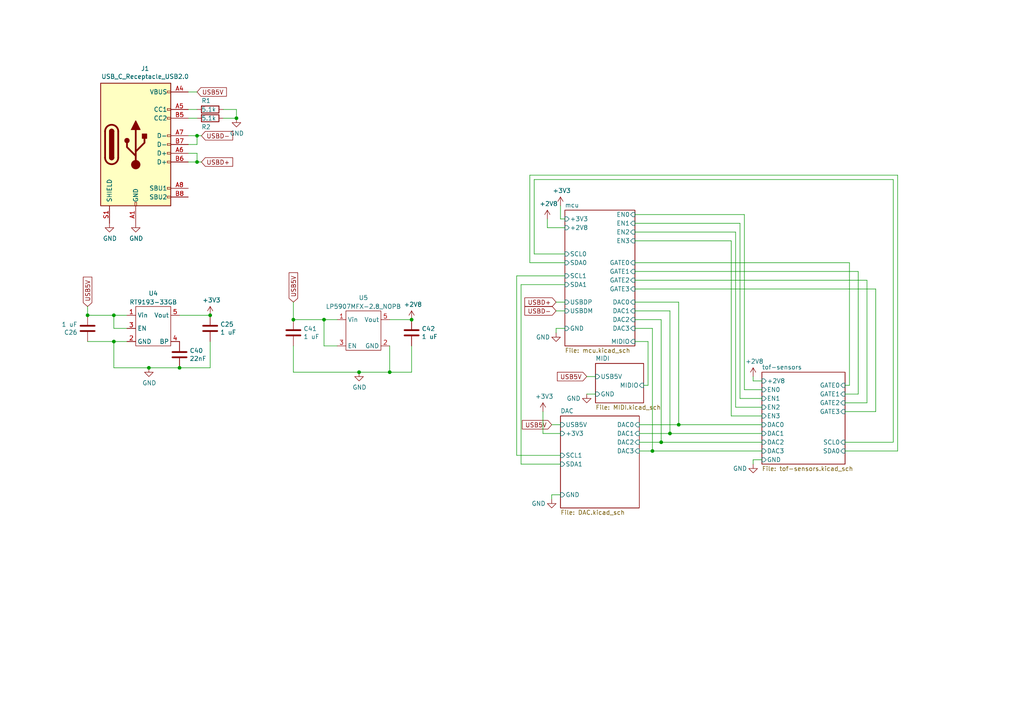
<source format=kicad_sch>
(kicad_sch (version 20230121) (generator eeschema)
  (paper "A4")
  (title_block (title "Quadrant Board") (date "2019-03-04") (rev "3.1") (company "Chris Chronopoulos"))
  (lib_symbols
    (symbol "Connector:USB_C_Receptacle_USB2.0" (pin_names (offset 1.016))
      (property "Reference" "J" (at -10.16 19.05 0))
      (property "Value" "USB_C_Receptacle_USB2.0" (at 19.05 19.05 0))
      (symbol "USB_C_Receptacle_USB2.0_0_0"
        (rectangle (start -0.254 -17.78) (end 0.254 -16.764))
        (rectangle (start 10.16 -14.986) (end 9.144 -15.494))
        (rectangle (start 10.16 -12.446) (end 9.144 -12.954))
        (rectangle (start 10.16 -4.826) (end 9.144 -5.334))
        (rectangle (start 10.16 -2.286) (end 9.144 -2.794))
        (rectangle (start 10.16 0.254) (end 9.144 -0.254))
        (rectangle (start 10.16 2.794) (end 9.144 2.286))
        (rectangle (start 10.16 7.874) (end 9.144 7.366))
        (rectangle (start 10.16 10.414) (end 9.144 9.906))
        (rectangle (start 10.16 15.494) (end 9.144 14.986))
      )
      (symbol "USB_C_Receptacle_USB2.0_0_1"
        (rectangle (start -10.16 17.78) (end 10.16 -17.78) (stroke (width 0.254)) (fill (type background)))
        (arc (start -8.89 -3.81) (mid -6.985 -5.7067) (end -5.08 -3.81) (stroke (width 0.508)))
        (arc (start -7.62 -3.81) (mid -6.985 -4.4423) (end -6.35 -3.81) (stroke (width 0.254)))
        (arc (start -7.62 -3.81) (mid -6.985 -4.4423) (end -6.35 -3.81) (stroke (width 0.254)) (fill (type outline)))
        (rectangle (start -7.62 -3.81) (end -6.35 3.81) (stroke (width 0.254)) (fill (type outline)))
        (arc (start -6.35 3.81) (mid -6.985 4.4423) (end -7.62 3.81) (stroke (width 0.254)))
        (arc (start -6.35 3.81) (mid -6.985 4.4423) (end -7.62 3.81) (stroke (width 0.254)) (fill (type outline)))
        (arc (start -5.08 3.81) (mid -6.985 5.7067) (end -8.89 3.81) (stroke (width 0.508)))
        (circle (center -2.54 1.143) (radius 0.635) (stroke (width 0.254)) (fill (type outline)))
        (circle (center 0 -5.842) (radius 1.27) (fill (type outline)))
        (polyline (pts (xy -8.89 -3.81) (xy -8.89 3.81)) (stroke (width 0.508)))
        (polyline (pts (xy -5.08 3.81) (xy -5.08 -3.81)) (stroke (width 0.508)))
        (polyline (pts (xy 0 -5.842) (xy 0 4.318)) (stroke (width 0.508)))
        (polyline (pts (xy 0 -3.302) (xy -2.54 -0.762) (xy -2.54 0.508)) (stroke (width 0.508)))
        (polyline (pts (xy 0 -2.032) (xy 2.54 0.508) (xy 2.54 1.778)) (stroke (width 0.508)))
        (polyline (pts (xy -1.27 4.318) (xy 0 6.858) (xy 1.27 4.318) (xy -1.27 4.318)) (stroke (width 0.254)) (fill (type outline)))
        (rectangle (start 1.905 1.778) (end 3.175 3.048) (stroke (width 0.254)) (fill (type outline)))
      )
      (symbol "USB_C_Receptacle_USB2.0_1_1"
        (pin passive line (at 0 -22.86 90) (length 5.08) (name "GND") (number "A1"))
        (pin passive line (at 0 -22.86 90) (length 5.08) hide (name "GND") (number "A12"))
        (pin passive line (at 15.24 15.24 180) (length 5.08) (name "VBUS") (number "A4"))
        (pin bidirectional line (at 15.24 10.16 180) (length 5.08) (name "CC1") (number "A5"))
        (pin bidirectional line (at 15.24 -2.54 180) (length 5.08) (name "D+") (number "A6"))
        (pin bidirectional line (at 15.24 2.54 180) (length 5.08) (name "D-") (number "A7"))
        (pin bidirectional line (at 15.24 -12.7 180) (length 5.08) (name "SBU1") (number "A8"))
        (pin passive line (at 15.24 15.24 180) (length 5.08) hide (name "VBUS") (number "A9"))
        (pin passive line (at 0 -22.86 90) (length 5.08) hide (name "GND") (number "B1"))
        (pin passive line (at 0 -22.86 90) (length 5.08) hide (name "GND") (number "B12"))
        (pin passive line (at 15.24 15.24 180) (length 5.08) hide (name "VBUS") (number "B4"))
        (pin bidirectional line (at 15.24 7.62 180) (length 5.08) (name "CC2") (number "B5"))
        (pin bidirectional line (at 15.24 -5.08 180) (length 5.08) (name "D+") (number "B6"))
        (pin bidirectional line (at 15.24 0 180) (length 5.08) (name "D-") (number "B7"))
        (pin bidirectional line (at 15.24 -15.24 180) (length 5.08) (name "SBU2") (number "B8"))
        (pin passive line (at 15.24 15.24 180) (length 5.08) hide (name "VBUS") (number "B9"))
        (pin passive line (at -7.62 -22.86 90) (length 5.08) (name "SHIELD") (number "S1"))
      )
    )
    (symbol "Device:C" (pin_numbers hide) (pin_names (offset 0.254))
      (property "Reference" "C" (at 0.635 2.54 0))
      (property "Value" "C" (at 0.635 -2.54 0))
      (symbol "C_0_1"
        (polyline (pts (xy -2.032 -0.762) (xy 2.032 -0.762)) (stroke (width 0.508)))
        (polyline (pts (xy -2.032 0.762) (xy 2.032 0.762)) (stroke (width 0.508)))
      )
      (symbol "C_1_1"
        (pin passive line (at 0 3.81 270) (length 2.794) (name "~") (number "1"))
        (pin passive line (at 0 -3.81 90) (length 2.794) (name "~") (number "2"))
      )
    )
    (symbol "Device:R" (pin_numbers hide) (pin_names (offset 0))
      (property "Reference" "R" (at 2.032 0 90))
      (property "Value" "R" (at 0 0 90))
      (symbol "R_0_1"
        (rectangle (start -1.016 -2.54) (end 1.016 2.54) (stroke (width 0.254)))
      )
      (symbol "R_1_1"
        (pin passive line (at 0 3.81 270) (length 1.27) (name "~") (number "1"))
        (pin passive line (at 0 -3.81 90) (length 1.27) (name "~") (number "2"))
      )
    )
    (symbol "power:+2V8" (power) (pin_names (offset 0))
      (property "Value" "+2V8" (at 0 3.556 0))
      (symbol "+2V8_0_1"
        (polyline (pts (xy -0.762 1.27) (xy 0 2.54)))
        (polyline (pts (xy 0 0) (xy 0 2.54)))
        (polyline (pts (xy 0 2.54) (xy 0.762 1.27)))
      )
      (symbol "+2V8_1_1"
        (pin power_in line (at 0 0 90) (length 0) hide (name "+2V8") (number "1"))
      )
    )
    (symbol "power:+3V3" (power) (pin_names (offset 0))
      (property "Value" "+3V3" (at 0 3.556 0))
      (symbol "+3V3_0_1"
        (polyline (pts (xy -0.762 1.27) (xy 0 2.54)))
        (polyline (pts (xy 0 0) (xy 0 2.54)))
        (polyline (pts (xy 0 2.54) (xy 0.762 1.27)))
      )
      (symbol "+3V3_1_1"
        (pin power_in line (at 0 0 90) (length 0) hide (name "+3V3") (number "1"))
      )
    )
    (symbol "power:GND" (power) (pin_names (offset 0))
      (property "Value" "GND" (at 0 -3.81 0))
      (symbol "GND_0_1"
        (polyline (pts (xy 0 0) (xy 0 -1.27) (xy 1.27 -1.27) (xy 0 -2.54) (xy -1.27 -1.27) (xy 0 -1.27)))
      )
      (symbol "GND_1_1"
        (pin power_in line (at 0 0 270) (length 0) hide (name "GND") (number "1"))
      )
    )
    (symbol "quadrant:LP5907MFX-2.8_NOPB"
      (property "Reference" "U" (at -3.81 7.62 0))
      (property "Value" "LP5907MFX-2.8_NOPB" (at 1.27 -6.35 0))
      (symbol "LP5907MFX-2.8_NOPB_0_1"
        (rectangle (start -5.08 6.35) (end 5.08 -5.08))
      )
      (symbol "LP5907MFX-2.8_NOPB_1_1"
        (pin input line (at -7.62 3.81 0) (length 2.54) (name "Vin") (number "1"))
        (pin input line (at 7.62 -3.81 180) (length 2.54) (name "GND") (number "2"))
        (pin input line (at -7.62 -3.81 0) (length 2.54) (name "EN") (number "3"))
        (pin input line (at 7.62 3.81 180) (length 2.54) (name "Vout") (number "5"))
      )
    )
    (symbol "quadrant:RT9193-33GB"
      (property "Reference" "U" (at -3.81 7.62 0))
      (property "Value" "RT9193-33GB" (at 1.27 -6.35 0))
      (symbol "RT9193-33GB_0_1"
        (rectangle (start -5.08 6.35) (end 5.08 -5.08))
      )
      (symbol "RT9193-33GB_1_1"
        (pin input line (at -7.62 3.81 0) (length 2.54) (name "Vin") (number "1"))
        (pin input line (at -7.62 -3.81 0) (length 2.54) (name "GND") (number "2"))
        (pin input line (at -7.62 0 0) (length 2.54) (name "EN") (number "3"))
        (pin input line (at 7.62 -3.81 180) (length 2.54) (name "BP") (number "4"))
        (pin input line (at 7.62 3.81 180) (length 2.54) (name "Vout") (number "5"))
      )
    )
  )
  (junction (at 68.58 34.29))
  (junction (at 33.02 99.06))
  (junction (at 25.4 91.44))
  (junction (at 191.77 128.27))
  (junction (at 93.98 92.71))
  (junction (at 194.31 125.73))
  (junction (at 196.85 123.19))
  (junction (at 52.07 106.68))
  (junction (at 119.38 92.71))
  (junction (at 189.23 130.81))
  (junction (at 113.03 107.95))
  (junction (at 33.02 91.44))
  (junction (at 43.18 106.68))
  (junction (at 57.15 39.37))
  (junction (at 60.96 91.44))
  (junction (at 57.15 46.99))
  (junction (at 85.09 92.71))
  (junction (at 104.14 107.95))
  (wire (pts (xy 153.67 76.2) (xy 153.67 50.8)))
  (wire (pts (xy 25.4 99.06) (xy 33.02 99.06)))
  (wire (pts (xy 57.15 44.45) (xy 57.15 46.99)))
  (wire (pts (xy 194.31 90.17) (xy 194.31 125.73)))
  (wire (pts (xy 184.15 67.31) (xy 213.36 67.31)))
  (wire (pts (xy 161.29 95.25) (xy 161.29 96.52)))
  (wire (pts (xy 187.96 111.76) (xy 187.96 99.06)))
  (wire (pts (xy 162.56 143.51) (xy 160.02 143.51)))
  (wire (pts (xy 54.61 46.99) (xy 57.15 46.99)))
  (wire (pts (xy 215.9 62.23) (xy 215.9 113.03)))
  (wire (pts (xy 214.63 64.77) (xy 214.63 115.57)))
  (wire (pts (xy 57.15 26.67) (xy 54.61 26.67)))
  (wire (pts (xy 52.07 91.44) (xy 60.96 91.44)))
  (wire (pts (xy 151.13 134.62) (xy 162.56 134.62)))
  (wire (pts (xy 36.83 95.25) (xy 33.02 95.25)))
  (wire (pts (xy 85.09 107.95) (xy 104.14 107.95)))
  (wire (pts (xy 113.03 107.95) (xy 119.38 107.95)))
  (wire (pts (xy 64.77 31.75) (xy 68.58 31.75)))
  (wire (pts (xy 104.14 107.95) (xy 113.03 107.95)))
  (wire (pts (xy 154.94 73.66) (xy 163.83 73.66)))
  (wire (pts (xy 260.35 130.81) (xy 245.11 130.81)))
  (wire (pts (xy 151.13 82.55) (xy 151.13 134.62)))
  (wire (pts (xy 25.4 88.9) (xy 25.4 91.44)))
  (wire (pts (xy 184.15 95.25) (xy 189.23 95.25)))
  (wire (pts (xy 113.03 92.71) (xy 119.38 92.71)))
  (wire (pts (xy 60.96 106.68) (xy 60.96 99.06)))
  (wire (pts (xy 213.36 118.11) (xy 220.98 118.11)))
  (wire (pts (xy 93.98 100.33) (xy 93.98 92.71)))
  (wire (pts (xy 85.09 87.63) (xy 85.09 92.71)))
  (wire (pts (xy 57.15 46.99) (xy 58.42 46.99)))
  (wire (pts (xy 163.83 82.55) (xy 151.13 82.55)))
  (wire (pts (xy 184.15 62.23) (xy 215.9 62.23)))
  (wire (pts (xy 52.07 106.68) (xy 60.96 106.68)))
  (wire (pts (xy 54.61 31.75) (xy 57.15 31.75)))
  (wire (pts (xy 153.67 50.8) (xy 260.35 50.8)))
  (wire (pts (xy 191.77 92.71) (xy 191.77 128.27)))
  (wire (pts (xy 245.11 128.27) (xy 259.08 128.27)))
  (wire (pts (xy 162.56 63.5) (xy 163.83 63.5)))
  (wire (pts (xy 68.58 34.29) (xy 64.77 34.29)))
  (wire (pts (xy 187.96 99.06) (xy 184.15 99.06)))
  (wire (pts (xy 189.23 130.81) (xy 220.98 130.81)))
  (wire (pts (xy 246.38 76.2) (xy 246.38 111.76)))
  (wire (pts (xy 212.09 69.85) (xy 212.09 120.65)))
  (wire (pts (xy 149.86 132.08) (xy 149.86 80.01)))
  (wire (pts (xy 161.29 87.63) (xy 163.83 87.63)))
  (wire (pts (xy 196.85 123.19) (xy 220.98 123.19)))
  (wire (pts (xy 184.15 76.2) (xy 246.38 76.2)))
  (wire (pts (xy 160.02 123.19) (xy 162.56 123.19)))
  (wire (pts (xy 184.15 90.17) (xy 194.31 90.17)))
  (wire (pts (xy 218.44 133.35) (xy 218.44 134.62)))
  (wire (pts (xy 113.03 100.33) (xy 113.03 107.95)))
  (wire (pts (xy 254 119.38) (xy 245.11 119.38)))
  (wire (pts (xy 218.44 110.49) (xy 220.98 110.49)))
  (wire (pts (xy 213.36 67.31) (xy 213.36 118.11)))
  (wire (pts (xy 43.18 106.68) (xy 52.07 106.68)))
  (wire (pts (xy 68.58 31.75) (xy 68.58 34.29)))
  (wire (pts (xy 161.29 90.17) (xy 163.83 90.17)))
  (wire (pts (xy 184.15 64.77) (xy 214.63 64.77)))
  (wire (pts (xy 246.38 111.76) (xy 245.11 111.76)))
  (wire (pts (xy 251.46 81.28) (xy 251.46 116.84)))
  (wire (pts (xy 185.42 130.81) (xy 189.23 130.81)))
  (wire (pts (xy 54.61 41.91) (xy 57.15 41.91)))
  (wire (pts (xy 170.18 109.22) (xy 172.72 109.22)))
  (wire (pts (xy 185.42 128.27) (xy 191.77 128.27)))
  (wire (pts (xy 191.77 128.27) (xy 220.98 128.27)))
  (wire (pts (xy 157.48 125.73) (xy 162.56 125.73)))
  (wire (pts (xy 189.23 95.25) (xy 189.23 130.81)))
  (wire (pts (xy 162.56 132.08) (xy 149.86 132.08)))
  (wire (pts (xy 158.75 63.5) (xy 158.75 66.04)))
  (wire (pts (xy 212.09 120.65) (xy 220.98 120.65)))
  (wire (pts (xy 214.63 115.57) (xy 220.98 115.57)))
  (wire (pts (xy 248.92 78.74) (xy 248.92 114.3)))
  (wire (pts (xy 194.31 125.73) (xy 220.98 125.73)))
  (wire (pts (xy 158.75 66.04) (xy 163.83 66.04)))
  (wire (pts (xy 54.61 39.37) (xy 57.15 39.37)))
  (wire (pts (xy 97.79 100.33) (xy 93.98 100.33)))
  (wire (pts (xy 154.94 52.07) (xy 154.94 73.66)))
  (wire (pts (xy 196.85 87.63) (xy 196.85 123.19)))
  (wire (pts (xy 163.83 95.25) (xy 161.29 95.25)))
  (wire (pts (xy 93.98 92.71) (xy 97.79 92.71)))
  (wire (pts (xy 215.9 113.03) (xy 220.98 113.03)))
  (wire (pts (xy 184.15 69.85) (xy 212.09 69.85)))
  (wire (pts (xy 85.09 100.33) (xy 85.09 107.95)))
  (wire (pts (xy 220.98 133.35) (xy 218.44 133.35)))
  (wire (pts (xy 254 83.82) (xy 254 119.38)))
  (wire (pts (xy 36.83 99.06) (xy 33.02 99.06)))
  (wire (pts (xy 54.61 34.29) (xy 57.15 34.29)))
  (wire (pts (xy 33.02 91.44) (xy 36.83 91.44)))
  (wire (pts (xy 33.02 106.68) (xy 43.18 106.68)))
  (wire (pts (xy 57.15 41.91) (xy 57.15 39.37)))
  (wire (pts (xy 259.08 128.27) (xy 259.08 52.07)))
  (wire (pts (xy 160.02 143.51) (xy 160.02 144.78)))
  (wire (pts (xy 184.15 87.63) (xy 196.85 87.63)))
  (wire (pts (xy 157.48 125.73) (xy 157.48 119.38)))
  (wire (pts (xy 248.92 114.3) (xy 245.11 114.3)))
  (wire (pts (xy 33.02 99.06) (xy 33.02 106.68)))
  (wire (pts (xy 184.15 83.82) (xy 254 83.82)))
  (wire (pts (xy 184.15 78.74) (xy 248.92 78.74)))
  (wire (pts (xy 184.15 92.71) (xy 191.77 92.71)))
  (wire (pts (xy 185.42 123.19) (xy 196.85 123.19)))
  (wire (pts (xy 218.44 110.49) (xy 218.44 109.22)))
  (wire (pts (xy 119.38 100.33) (xy 119.38 107.95)))
  (wire (pts (xy 251.46 116.84) (xy 245.11 116.84)))
  (wire (pts (xy 149.86 80.01) (xy 163.83 80.01)))
  (wire (pts (xy 185.42 125.73) (xy 194.31 125.73)))
  (wire (pts (xy 25.4 91.44) (xy 33.02 91.44)))
  (wire (pts (xy 33.02 95.25) (xy 33.02 91.44)))
  (wire (pts (xy 163.83 76.2) (xy 153.67 76.2)))
  (wire (pts (xy 85.09 92.71) (xy 93.98 92.71)))
  (wire (pts (xy 162.56 59.69) (xy 162.56 63.5)))
  (wire (pts (xy 259.08 52.07) (xy 154.94 52.07)))
  (wire (pts (xy 170.18 114.3) (xy 172.72 114.3)))
  (wire (pts (xy 57.15 39.37) (xy 58.42 39.37)))
  (wire (pts (xy 184.15 81.28) (xy 251.46 81.28)))
  (wire (pts (xy 260.35 50.8) (xy 260.35 130.81)))
  (wire (pts (xy 54.61 44.45) (xy 57.15 44.45)))
  (wire (pts (xy 186.69 111.76) (xy 187.96 111.76)))
  (global_label "USB5V" (shape input) (at 25.4 88.9 90) (property "Intersheetrefs" "${INTERSHEET_REFS}" (effects hide)))
  (global_label "USB5V" (shape input) (at 57.15 26.67 0) (property "Intersheetrefs" "${INTERSHEET_REFS}" (effects hide)))
  (global_label "USB5V" (shape input) (at 170.18 109.22 180) (property "Intersheetrefs" "${INTERSHEET_REFS}" (effects hide)))
  (global_label "USBD+" (shape input) (at 161.29 87.63 180) (property "Intersheetrefs" "${INTERSHEET_REFS}" (effects hide)))
  (global_label "USBD-" (shape input) (at 161.29 90.17 180) (property "Intersheetrefs" "${INTERSHEET_REFS}" (effects hide)))
  (global_label "USB5V" (shape input) (at 85.09 87.63 90) (property "Intersheetrefs" "${INTERSHEET_REFS}" (effects hide)))
  (global_label "USB5V" (shape input) (at 160.02 123.19 180) (property "Intersheetrefs" "${INTERSHEET_REFS}" (effects hide)))
  (global_label "USBD+" (shape input) (at 58.42 46.99 0) (property "Intersheetrefs" "${INTERSHEET_REFS}" (effects hide)))
  (global_label "USBD-" (shape input) (at 58.42 39.37 0) (property "Intersheetrefs" "${INTERSHEET_REFS}" (effects hide)))
  (symbol (lib_id "power:GND") (at 39.37 64.77 0) (unit 1)
    (property "Reference" "#PWR03" (effects hide))
    (property "Value" "GND" (at 39.497 69.1642 0))
  )
  (symbol (lib_id "power:GND") (at 31.75 64.77 0) (unit 1)
    (property "Reference" "#PWR01" (effects hide))
    (property "Value" "GND" (at 31.877 69.1642 0))
  )
  (symbol (lib_id "Device:R") (at 60.96 34.29 270) (unit 1)
    (property "Reference" "R2" (at 58.42 36.83 90) (effects (justify left)))
    (property "Value" "5.1k" (at 58.42 34.29 90) (effects (justify left)))
    (property "Footprint" "Resistor_SMD:R_0603_1608Metric_Pad0.98x0.95mm_HandSolder" (effects hide))
    (property "JLC" "0603" (effects hide))
    (property "LCSC" "C23186" (effects hide))
    (property "ordered" "y" (effects hide))
  )
  (symbol (lib_id "Device:R") (at 60.96 31.75 270) (unit 1)
    (property "Reference" "R1" (at 58.42 29.21 90) (effects (justify left)))
    (property "Value" "5.1k" (at 58.42 31.75 90) (effects (justify left)))
    (property "Footprint" "Resistor_SMD:R_0603_1608Metric_Pad0.98x0.95mm_HandSolder" (effects hide))
    (property "JLC" "0603" (effects hide))
    (property "LCSC" "C23186" (effects hide))
    (property "ordered" "y" (effects hide))
  )
  (symbol (lib_id "power:GND") (at 68.58 34.29 0) (unit 1)
    (property "Reference" "#PWR04" (effects hide))
    (property "Value" "GND" (at 68.707 38.6842 0))
  )
  (symbol (lib_id "Connector:USB_C_Receptacle_USB2.0") (at 39.37 41.91 0) (unit 1)
    (property "Reference" "J1" (at 42.0878 19.8882 0))
    (property "Value" "USB_C_Receptacle_USB2.0" (at 42.0878 22.1996 0))
    (property "Footprint" "quadrant:USB_C_Receptacle_HRO_TYPE-C-31-M-12" (effects hide))
    (property "Datasheet" "https://www.usb.org/sites/default/files/documents/usb_type-c.zip" (effects hide))
    (property "JLC" "SMD" (effects hide))
    (property "LCSC" "C709357" (effects hide))
  )
  (symbol (lib_id "power:+3V3") (at 162.56 59.69 0) (unit 1)
    (property "Reference" "#PWR012" (effects hide))
    (property "Value" "+3V3" (at 162.941 55.2958 0))
  )
  (symbol (lib_id "power:+2V8") (at 158.75 63.5 0) (unit 1)
    (property "Reference" "#PWR09" (effects hide))
    (property "Value" "+2V8" (at 159.131 59.1058 0))
  )
  (symbol (lib_id "power:+2V8") (at 218.44 109.22 0) (unit 1)
    (property "Reference" "#PWR014" (effects hide))
    (property "Value" "+2V8" (at 218.821 104.8258 0))
  )
  (symbol (lib_id "power:GND") (at 170.18 114.3 0) (unit 1)
    (property "Reference" "#PWR013" (effects hide))
    (property "Value" "GND" (at 166.37 115.57 0))
  )
  (symbol (lib_id "power:GND") (at 160.02 144.78 0) (unit 1)
    (property "Reference" "#PWR010" (effects hide))
    (property "Value" "GND" (at 156.21 146.05 0))
  )
  (symbol (lib_id "power:GND") (at 218.44 134.62 0) (unit 1)
    (property "Reference" "#PWR015" (effects hide))
    (property "Value" "GND" (at 214.63 135.89 0))
  )
  (symbol (lib_id "power:GND") (at 161.29 96.52 0) (unit 1)
    (property "Reference" "#PWR011" (effects hide))
    (property "Value" "GND" (at 157.48 97.79 0))
  )
  (symbol (lib_id "power:+3V3") (at 157.48 119.38 0) (unit 1)
    (property "Reference" "#PWR08" (effects hide))
    (property "Value" "+3V3" (at 157.861 114.9858 0))
  )
  (symbol (lib_id "Device:C") (at 60.96 95.25 0) (unit 1)
    (property "Reference" "C25" (at 63.881 94.0816 0) (effects (justify left)))
    (property "Value" "1 uF" (at 63.881 96.393 0) (effects (justify left)))
    (property "Footprint" "Capacitor_SMD:C_0805_2012Metric_Pad1.18x1.45mm_HandSolder" (effects hide))
    (property "JLC" "0805" (effects hide))
    (property "LCSC" "C215803" (effects hide))
    (property "ordered" "y" (effects hide))
  )
  (symbol (lib_id "Device:C") (at 25.4 95.25 180) (unit 1)
    (property "Reference" "C26" (at 22.479 96.4184 0) (effects (justify left)))
    (property "Value" "1 uF" (at 22.479 94.107 0) (effects (justify left)))
    (property "Footprint" "Capacitor_SMD:C_0805_2012Metric_Pad1.18x1.45mm_HandSolder" (effects hide))
    (property "JLC" "0805" (effects hide))
    (property "LCSC" "C215803" (effects hide))
    (property "ordered" "y" (effects hide))
  )
  (symbol (lib_id "power:+3V3") (at 60.96 91.44 0) (unit 1)
    (property "Reference" "#PWR075" (effects hide))
    (property "Value" "+3V3" (at 61.341 87.0458 0))
  )
  (symbol (lib_id "quadrant:LP5907MFX-2.8_NOPB") (at 105.41 96.52 0) (unit 1)
    (property "Reference" "U5" (at 105.41 86.36 0))
    (property "Value" "LP5907MFX-2.8_NOPB" (at 105.41 88.9 0))
    (property "JLC" "SOT-23-5" (effects hide))
    (property "LCSC" "C186700" (effects hide))
  )
  (symbol (lib_id "Device:C") (at 85.09 96.52 0) (unit 1)
    (property "Reference" "C41" (at 88.011 95.3516 0) (effects (justify left)))
    (property "Value" "1 uF" (at 88.011 97.663 0) (effects (justify left)))
    (property "Footprint" "Capacitor_SMD:C_0805_2012Metric_Pad1.18x1.45mm_HandSolder" (effects hide))
    (property "JLC" "0805" (effects hide))
    (property "LCSC" "C215803" (effects hide))
    (property "ordered" "y" (effects hide))
  )
  (symbol (lib_id "power:GND") (at 43.18 106.68 0) (unit 1)
    (property "Reference" "#PWR059" (effects hide))
    (property "Value" "GND" (at 43.307 111.0742 0))
  )
  (symbol (lib_id "quadrant:RT9193-33GB") (at 44.45 95.25 0) (unit 1)
    (property "Reference" "U4" (at 44.45 85.09 0))
    (property "Value" "RT9193-33GB" (at 44.45 87.63 0))
    (property "Footprint" "Package_TO_SOT_SMD:SOT-23-5" (effects hide))
    (property "JLC" "SOT-23-5" (effects hide))
    (property "LCSC" "C15651" (effects hide))
  )
  (symbol (lib_id "power:GND") (at 104.14 107.95 0) (unit 1)
    (property "Reference" "#PWR061" (effects hide))
    (property "Value" "GND" (at 104.267 112.3442 0))
  )
  (symbol (lib_id "power:+2V8") (at 119.38 92.71 0) (unit 1)
    (property "Reference" "#PWR076" (effects hide))
    (property "Value" "+2V8" (at 119.761 88.3158 0))
  )
  (symbol (lib_id "Device:C") (at 52.07 102.87 0) (unit 1)
    (property "Reference" "C40" (at 54.991 101.7016 0) (effects (justify left)))
    (property "Value" "22nF" (at 54.991 104.013 0) (effects (justify left)))
    (property "Footprint" "Capacitor_SMD:C_0805_2012Metric_Pad1.18x1.45mm_HandSolder" (effects hide))
    (property "JLC" "0805" (effects hide))
    (property "LCSC" "C215803" (effects hide))
    (property "ordered" "y" (effects hide))
  )
  (symbol (lib_id "Device:C") (at 119.38 96.52 0) (unit 1)
    (property "Reference" "C42" (at 122.301 95.3516 0) (effects (justify left)))
    (property "Value" "1 uF" (at 122.301 97.663 0) (effects (justify left)))
    (property "Footprint" "Capacitor_SMD:C_0805_2012Metric_Pad1.18x1.45mm_HandSolder" (effects hide))
    (property "JLC" "0805" (effects hide))
    (property "LCSC" "C215803" (effects hide))
    (property "ordered" "y" (effects hide))
  )
  (sheet (at 220.98 107.95) (size 24.13 26.67)
    (property "Sheetname" "tof-sensors" (at 220.98 107.2384 0) (effects (justify left bottom)))
    (property "Sheetfile" "tof-sensors.kicad_sch" (at 220.98 135.2046 0) (effects (justify left top)))
    (pin "+2V8" input (at 220.98 110.49 180))
    (pin "EN1" input (at 220.98 115.57 180))
    (pin "EN2" input (at 220.98 118.11 180))
    (pin "EN3" input (at 220.98 120.65 180))
    (pin "GATE0" input (at 245.11 111.76 0))
    (pin "EN0" input (at 220.98 113.03 180))
    (pin "GATE1" input (at 245.11 114.3 0))
    (pin "GATE2" input (at 245.11 116.84 0))
    (pin "GATE3" input (at 245.11 119.38 0))
    (pin "DAC0" input (at 220.98 123.19 180))
    (pin "DAC1" input (at 220.98 125.73 180))
    (pin "DAC2" input (at 220.98 128.27 180))
    (pin "DAC3" input (at 220.98 130.81 180))
    (pin "SCL0" input (at 245.11 128.27 0))
    (pin "SDA0" input (at 245.11 130.81 0))
    (pin "GND" input (at 220.98 133.35 180))
  )
  (sheet (at 163.83 60.96) (size 20.32 39.37)
    (property "Sheetname" "mcu" (at 163.83 60.2484 0) (effects (justify left bottom)))
    (property "Sheetfile" "mcu.kicad_sch" (at 163.83 100.9146 0) (effects (justify left top)))
    (pin "+3V3" input (at 163.83 63.5 180))
    (pin "+2V8" input (at 163.83 66.04 180))
    (pin "EN1" input (at 184.15 64.77 0))
    (pin "EN2" input (at 184.15 67.31 0))
    (pin "EN3" input (at 184.15 69.85 0))
    (pin "GATE0" input (at 184.15 76.2 0))
    (pin "EN0" input (at 184.15 62.23 0))
    (pin "GATE1" input (at 184.15 78.74 0))
    (pin "GATE2" input (at 184.15 81.28 0))
    (pin "GATE3" input (at 184.15 83.82 0))
    (pin "DAC0" input (at 184.15 87.63 0))
    (pin "DAC1" input (at 184.15 90.17 0))
    (pin "DAC2" input (at 184.15 92.71 0))
    (pin "DAC3" input (at 184.15 95.25 0))
    (pin "SCL0" input (at 163.83 73.66 180))
    (pin "SDA0" input (at 163.83 76.2 180))
    (pin "GND" input (at 163.83 95.25 180))
    (pin "SCL1" input (at 163.83 80.01 180))
    (pin "SDA1" input (at 163.83 82.55 180))
    (pin "USBDP" input (at 163.83 87.63 180))
    (pin "USBDM" input (at 163.83 90.17 180))
    (pin "MIDIO" input (at 184.15 99.06 0))
  )
  (sheet (at 162.56 120.65) (size 22.86 26.67)
    (property "Sheetname" "DAC" (at 162.56 119.9384 0) (effects (justify left bottom)))
    (property "Sheetfile" "DAC.kicad_sch" (at 162.56 147.9046 0) (effects (justify left top)))
    (pin "USB5V" input (at 162.56 123.19 180))
    (pin "SCL1" input (at 162.56 132.08 180))
    (pin "SDA1" input (at 162.56 134.62 180))
    (pin "+3V3" input (at 162.56 125.73 180))
    (pin "DAC0" input (at 185.42 123.19 0))
    (pin "DAC1" input (at 185.42 125.73 0))
    (pin "DAC2" input (at 185.42 128.27 0))
    (pin "DAC3" input (at 185.42 130.81 0))
    (pin "GND" input (at 162.56 143.51 180))
  )
  (sheet (at 172.72 105.41) (size 13.97 11.43)
    (property "Sheetname" "MIDI" (at 172.72 104.6984 0) (effects (justify left bottom)))
    (property "Sheetfile" "MIDI.kicad_sch" (at 172.72 117.4246 0) (effects (justify left top)))
    (pin "GND" input (at 172.72 114.3 180))
    (pin "MIDIO" input (at 186.69 111.76 0))
    (pin "USB5V" input (at 172.72 109.22 180))
  )
)
</source>
